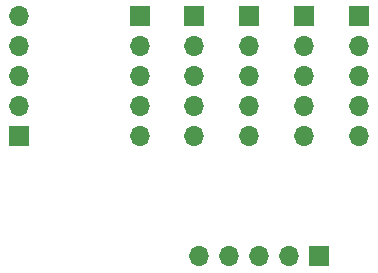
<source format=gbr>
%TF.GenerationSoftware,KiCad,Pcbnew,7.0.8*%
%TF.CreationDate,2023-12-26T11:26:10-03:00*%
%TF.ProjectId,teste2,74657374-6532-42e6-9b69-6361645f7063,rev?*%
%TF.SameCoordinates,Original*%
%TF.FileFunction,Copper,L1,Top*%
%TF.FilePolarity,Positive*%
%FSLAX45Y45*%
G04 Gerber Fmt 4.5, Leading zero omitted, Abs format (unit mm)*
G04 Created by KiCad (PCBNEW 7.0.8) date 2023-12-26 11:26:10*
%MOMM*%
%LPD*%
G01*
G04 APERTURE LIST*
%TA.AperFunction,ComponentPad*%
%ADD10R,1.700000X1.700000*%
%TD*%
%TA.AperFunction,ComponentPad*%
%ADD11O,1.700000X1.700000*%
%TD*%
G04 APERTURE END LIST*
D10*
%TO.P,J4,1*%
%TO.N,Net-(J1-Pad1)*%
X14861000Y-6096000D03*
D11*
%TO.P,J4,2*%
%TO.N,Net-(J1-Pad2)*%
X14861000Y-6350000D03*
%TO.P,J4,3*%
%TO.N,Net-(J1-Pad3)*%
X14861000Y-6604000D03*
%TO.P,J4,4*%
%TO.N,Net-(J1-Pad4)*%
X14861000Y-6858000D03*
%TO.P,J4,5*%
%TO.N,Net-(J4-Pad5)*%
X14861000Y-7112000D03*
%TD*%
D10*
%TO.P,J3,1*%
%TO.N,Net-(J1-Pad1)*%
X14396000Y-6096000D03*
D11*
%TO.P,J3,2*%
%TO.N,Net-(J1-Pad2)*%
X14396000Y-6350000D03*
%TO.P,J3,3*%
%TO.N,Net-(J1-Pad3)*%
X14396000Y-6604000D03*
%TO.P,J3,4*%
%TO.N,Net-(J1-Pad4)*%
X14396000Y-6858000D03*
%TO.P,J3,5*%
%TO.N,Net-(J3-Pad5)*%
X14396000Y-7112000D03*
%TD*%
D10*
%TO.P,J2,1*%
%TO.N,Net-(J1-Pad1)*%
X13931000Y-6096000D03*
D11*
%TO.P,J2,2*%
%TO.N,Net-(J1-Pad2)*%
X13931000Y-6350000D03*
%TO.P,J2,3*%
%TO.N,Net-(J1-Pad3)*%
X13931000Y-6604000D03*
%TO.P,J2,4*%
%TO.N,Net-(J1-Pad4)*%
X13931000Y-6858000D03*
%TO.P,J2,5*%
%TO.N,Net-(J2-Pad5)*%
X13931000Y-7112000D03*
%TD*%
D10*
%TO.P,J7,1*%
%TO.N,unconnected-(J7-Pad1)*%
X12446000Y-7112000D03*
D11*
%TO.P,J7,2*%
%TO.N,Net-(J1-Pad4)*%
X12446000Y-6858000D03*
%TO.P,J7,3*%
%TO.N,Net-(J1-Pad3)*%
X12446000Y-6604000D03*
%TO.P,J7,4*%
%TO.N,Net-(J1-Pad2)*%
X12446000Y-6350000D03*
%TO.P,J7,5*%
%TO.N,Net-(J1-Pad1)*%
X12446000Y-6096000D03*
%TD*%
D10*
%TO.P,J6,1*%
%TO.N,Net-(J5-Pad5)*%
X14986000Y-8128000D03*
D11*
%TO.P,J6,2*%
%TO.N,Net-(J4-Pad5)*%
X14732000Y-8128000D03*
%TO.P,J6,3*%
%TO.N,Net-(J3-Pad5)*%
X14478000Y-8128000D03*
%TO.P,J6,4*%
%TO.N,Net-(J2-Pad5)*%
X14224000Y-8128000D03*
%TO.P,J6,5*%
%TO.N,Net-(J1-Pad5)*%
X13970000Y-8128000D03*
%TD*%
D10*
%TO.P,J5,1*%
%TO.N,Net-(J1-Pad1)*%
X15326000Y-6096000D03*
D11*
%TO.P,J5,2*%
%TO.N,Net-(J1-Pad2)*%
X15326000Y-6350000D03*
%TO.P,J5,3*%
%TO.N,Net-(J1-Pad3)*%
X15326000Y-6604000D03*
%TO.P,J5,4*%
%TO.N,Net-(J1-Pad4)*%
X15326000Y-6858000D03*
%TO.P,J5,5*%
%TO.N,Net-(J5-Pad5)*%
X15326000Y-7112000D03*
%TD*%
D10*
%TO.P,J1,1*%
%TO.N,Net-(J1-Pad1)*%
X13466000Y-6096000D03*
D11*
%TO.P,J1,2*%
%TO.N,Net-(J1-Pad2)*%
X13466000Y-6350000D03*
%TO.P,J1,3*%
%TO.N,Net-(J1-Pad3)*%
X13466000Y-6604000D03*
%TO.P,J1,4*%
%TO.N,Net-(J1-Pad4)*%
X13466000Y-6858000D03*
%TO.P,J1,5*%
%TO.N,Net-(J1-Pad5)*%
X13466000Y-7112000D03*
%TD*%
M02*

</source>
